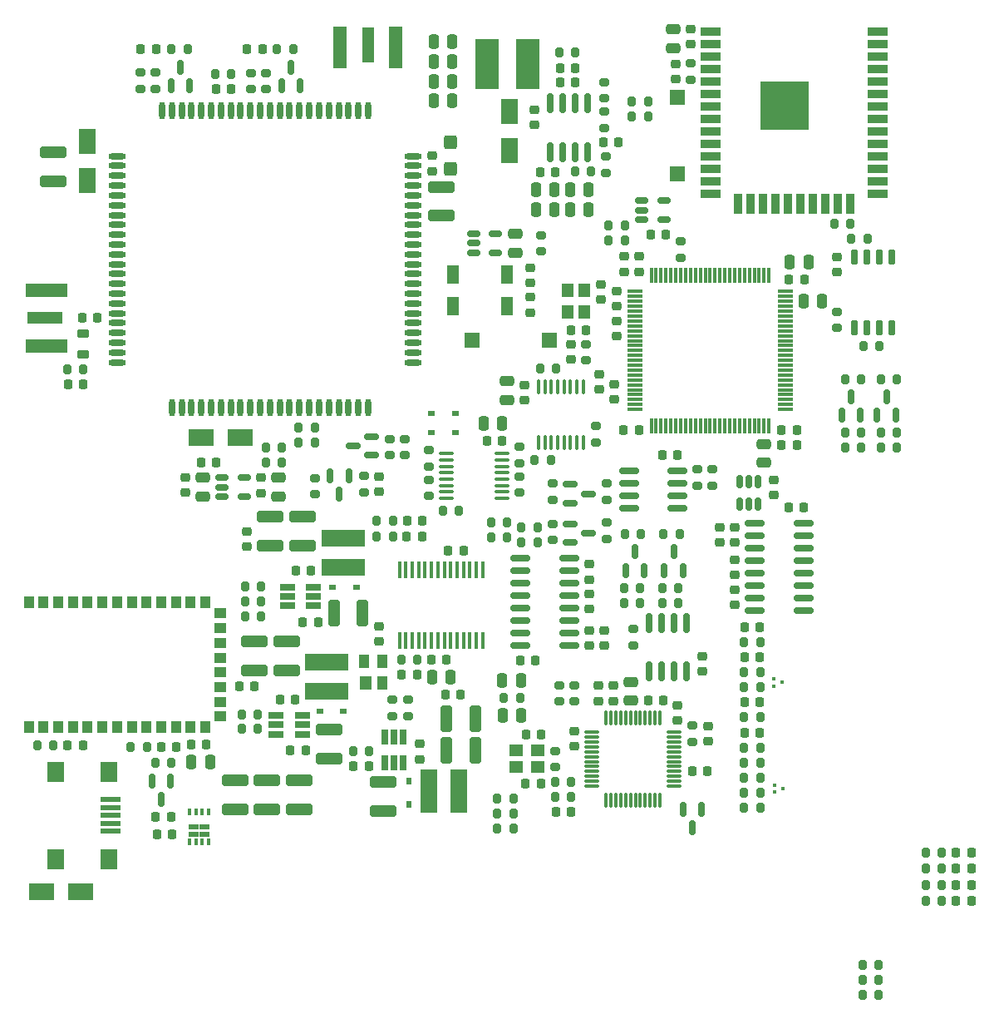
<source format=gtp>
G04 #@! TF.GenerationSoftware,KiCad,Pcbnew,(6.0.0)*
G04 #@! TF.CreationDate,2022-04-27T13:01:12+04:00*
G04 #@! TF.ProjectId,Gateway_STM32_ver_2_0,47617465-7761-4795-9f53-544d33325f76,rev?*
G04 #@! TF.SameCoordinates,Original*
G04 #@! TF.FileFunction,Paste,Top*
G04 #@! TF.FilePolarity,Positive*
%FSLAX46Y46*%
G04 Gerber Fmt 4.6, Leading zero omitted, Abs format (unit mm)*
G04 Created by KiCad (PCBNEW (6.0.0)) date 2022-04-27 13:01:12*
%MOMM*%
%LPD*%
G01*
G04 APERTURE LIST*
G04 Aperture macros list*
%AMRoundRect*
0 Rectangle with rounded corners*
0 $1 Rounding radius*
0 $2 $3 $4 $5 $6 $7 $8 $9 X,Y pos of 4 corners*
0 Add a 4 corners polygon primitive as box body*
4,1,4,$2,$3,$4,$5,$6,$7,$8,$9,$2,$3,0*
0 Add four circle primitives for the rounded corners*
1,1,$1+$1,$2,$3*
1,1,$1+$1,$4,$5*
1,1,$1+$1,$6,$7*
1,1,$1+$1,$8,$9*
0 Add four rect primitives between the rounded corners*
20,1,$1+$1,$2,$3,$4,$5,0*
20,1,$1+$1,$4,$5,$6,$7,0*
20,1,$1+$1,$6,$7,$8,$9,0*
20,1,$1+$1,$8,$9,$2,$3,0*%
G04 Aperture macros list end*
%ADD10R,1.200000X1.400000*%
%ADD11R,1.000000X1.400000*%
%ADD12R,0.800000X0.600000*%
%ADD13RoundRect,0.200000X-0.200000X-0.275000X0.200000X-0.275000X0.200000X0.275000X-0.200000X0.275000X0*%
%ADD14RoundRect,0.150000X0.150000X-0.825000X0.150000X0.825000X-0.150000X0.825000X-0.150000X-0.825000X0*%
%ADD15RoundRect,0.200000X-0.275000X0.200000X-0.275000X-0.200000X0.275000X-0.200000X0.275000X0.200000X0*%
%ADD16RoundRect,0.150000X0.150000X-0.587500X0.150000X0.587500X-0.150000X0.587500X-0.150000X-0.587500X0*%
%ADD17R,4.500000X1.800000*%
%ADD18RoundRect,0.225000X0.250000X-0.225000X0.250000X0.225000X-0.250000X0.225000X-0.250000X-0.225000X0*%
%ADD19RoundRect,0.225000X-0.250000X0.225000X-0.250000X-0.225000X0.250000X-0.225000X0.250000X0.225000X0*%
%ADD20RoundRect,0.200000X0.200000X0.275000X-0.200000X0.275000X-0.200000X-0.275000X0.200000X-0.275000X0*%
%ADD21RoundRect,0.075000X0.662500X0.075000X-0.662500X0.075000X-0.662500X-0.075000X0.662500X-0.075000X0*%
%ADD22RoundRect,0.075000X0.075000X0.662500X-0.075000X0.662500X-0.075000X-0.662500X0.075000X-0.662500X0*%
%ADD23RoundRect,0.225000X-0.225000X-0.250000X0.225000X-0.250000X0.225000X0.250000X-0.225000X0.250000X0*%
%ADD24RoundRect,0.250000X0.250000X0.475000X-0.250000X0.475000X-0.250000X-0.475000X0.250000X-0.475000X0*%
%ADD25RoundRect,0.250000X0.475000X-0.250000X0.475000X0.250000X-0.475000X0.250000X-0.475000X-0.250000X0*%
%ADD26R,0.420000X0.700000*%
%ADD27R,1.000000X0.600000*%
%ADD28RoundRect,0.150000X-0.587500X-0.150000X0.587500X-0.150000X0.587500X0.150000X-0.587500X0.150000X0*%
%ADD29R,0.600000X0.800000*%
%ADD30RoundRect,0.100000X0.100000X-0.637500X0.100000X0.637500X-0.100000X0.637500X-0.100000X-0.637500X0*%
%ADD31RoundRect,0.200000X0.275000X-0.200000X0.275000X0.200000X-0.275000X0.200000X-0.275000X-0.200000X0*%
%ADD32RoundRect,0.250000X1.100000X-0.325000X1.100000X0.325000X-1.100000X0.325000X-1.100000X-0.325000X0*%
%ADD33RoundRect,0.250000X-0.250000X-0.475000X0.250000X-0.475000X0.250000X0.475000X-0.250000X0.475000X0*%
%ADD34RoundRect,0.225000X0.225000X0.250000X-0.225000X0.250000X-0.225000X-0.250000X0.225000X-0.250000X0*%
%ADD35R,2.000000X0.500000*%
%ADD36R,1.700000X2.000000*%
%ADD37RoundRect,0.250000X-1.100000X0.325000X-1.100000X-0.325000X1.100000X-0.325000X1.100000X0.325000X0*%
%ADD38R,1.500000X1.500000*%
%ADD39RoundRect,0.150000X0.150000X-0.512500X0.150000X0.512500X-0.150000X0.512500X-0.150000X-0.512500X0*%
%ADD40RoundRect,0.150000X0.850000X0.150000X-0.850000X0.150000X-0.850000X-0.150000X0.850000X-0.150000X0*%
%ADD41R,1.270000X3.600000*%
%ADD42R,1.350000X4.200000*%
%ADD43R,2.500000X1.800000*%
%ADD44RoundRect,0.218750X0.218750X0.256250X-0.218750X0.256250X-0.218750X-0.256250X0.218750X-0.256250X0*%
%ADD45R,1.800000X2.500000*%
%ADD46R,1.560000X0.650000*%
%ADD47RoundRect,0.100000X-0.637500X-0.100000X0.637500X-0.100000X0.637500X0.100000X-0.637500X0.100000X0*%
%ADD48R,1.400000X1.200000*%
%ADD49RoundRect,0.150000X-0.150000X0.587500X-0.150000X-0.587500X0.150000X-0.587500X0.150000X0.587500X0*%
%ADD50RoundRect,0.150000X-0.825000X-0.150000X0.825000X-0.150000X0.825000X0.150000X-0.825000X0.150000X0*%
%ADD51R,1.300000X1.900000*%
%ADD52RoundRect,0.150000X-0.512500X-0.150000X0.512500X-0.150000X0.512500X0.150000X-0.512500X0.150000X0*%
%ADD53RoundRect,0.075000X-0.075000X-0.725000X0.075000X-0.725000X0.075000X0.725000X-0.075000X0.725000X0*%
%ADD54RoundRect,0.075000X-0.725000X-0.075000X0.725000X-0.075000X0.725000X0.075000X-0.725000X0.075000X0*%
%ADD55RoundRect,0.250000X0.425000X-0.450000X0.425000X0.450000X-0.425000X0.450000X-0.425000X-0.450000X0*%
%ADD56RoundRect,0.150000X-0.850000X-0.150000X0.850000X-0.150000X0.850000X0.150000X-0.850000X0.150000X0*%
%ADD57R,0.300000X0.300000*%
%ADD58RoundRect,0.150000X0.587500X0.150000X-0.587500X0.150000X-0.587500X-0.150000X0.587500X-0.150000X0*%
%ADD59R,0.450000X1.750000*%
%ADD60R,3.600000X1.270000*%
%ADD61R,4.200000X1.350000*%
%ADD62RoundRect,0.250000X-0.325000X-1.100000X0.325000X-1.100000X0.325000X1.100000X-0.325000X1.100000X0*%
%ADD63RoundRect,0.218750X-0.381250X0.218750X-0.381250X-0.218750X0.381250X-0.218750X0.381250X0.218750X0*%
%ADD64R,1.000000X1.300000*%
%ADD65R,1.300000X1.000000*%
%ADD66R,2.350000X5.100000*%
%ADD67O,0.600000X1.800000*%
%ADD68O,1.800000X0.600000*%
%ADD69R,2.000000X0.900000*%
%ADD70R,0.900000X2.000000*%
%ADD71R,5.000000X5.000000*%
%ADD72R,1.800000X4.500000*%
%ADD73RoundRect,0.150000X-0.150000X0.825000X-0.150000X-0.825000X0.150000X-0.825000X0.150000X0.825000X0*%
%ADD74R,0.650000X1.560000*%
%ADD75RoundRect,0.250000X-0.475000X0.250000X-0.475000X-0.250000X0.475000X-0.250000X0.475000X0.250000X0*%
%ADD76RoundRect,0.150000X0.150000X-0.650000X0.150000X0.650000X-0.150000X0.650000X-0.150000X-0.650000X0*%
G04 APERTURE END LIST*
D10*
X75130000Y-137365000D03*
D11*
X76850000Y-137365000D03*
X76850000Y-135165000D03*
X74950000Y-135165000D03*
D12*
X71750000Y-127640000D03*
X74150000Y-127640000D03*
D13*
X62825000Y-127515000D03*
X64475000Y-127515000D03*
D14*
X93895000Y-83295000D03*
X95165000Y-83295000D03*
X96435000Y-83295000D03*
X97705000Y-83295000D03*
X97705000Y-78345000D03*
X96435000Y-78345000D03*
X95165000Y-78345000D03*
X93895000Y-78345000D03*
D15*
X107210000Y-92400000D03*
X107210000Y-94050000D03*
D16*
X101625000Y-125877500D03*
X103525000Y-125877500D03*
X102575000Y-124002500D03*
D17*
X71160000Y-138185000D03*
X71160000Y-135185000D03*
D13*
X51175000Y-143890000D03*
X52825000Y-143890000D03*
D18*
X63025000Y-123465000D03*
X63025000Y-121915000D03*
D19*
X96400000Y-142265000D03*
X96400000Y-143815000D03*
D20*
X43305000Y-143720000D03*
X41655000Y-143720000D03*
D21*
X106512500Y-147840000D03*
X106512500Y-147340000D03*
X106512500Y-146840000D03*
X106512500Y-146340000D03*
X106512500Y-145840000D03*
X106512500Y-145340000D03*
X106512500Y-144840000D03*
X106512500Y-144340000D03*
X106512500Y-143840000D03*
X106512500Y-143340000D03*
X106512500Y-142840000D03*
X106512500Y-142340000D03*
D22*
X105100000Y-140927500D03*
X104600000Y-140927500D03*
X104100000Y-140927500D03*
X103600000Y-140927500D03*
X103100000Y-140927500D03*
X102600000Y-140927500D03*
X102100000Y-140927500D03*
X101600000Y-140927500D03*
X101100000Y-140927500D03*
X100600000Y-140927500D03*
X100100000Y-140927500D03*
X99600000Y-140927500D03*
D21*
X98187500Y-142340000D03*
X98187500Y-142840000D03*
X98187500Y-143340000D03*
X98187500Y-143840000D03*
X98187500Y-144340000D03*
X98187500Y-144840000D03*
X98187500Y-145340000D03*
X98187500Y-145840000D03*
X98187500Y-146340000D03*
X98187500Y-146840000D03*
X98187500Y-147340000D03*
X98187500Y-147840000D03*
D22*
X99600000Y-149252500D03*
X100100000Y-149252500D03*
X100600000Y-149252500D03*
X101100000Y-149252500D03*
X101600000Y-149252500D03*
X102100000Y-149252500D03*
X102600000Y-149252500D03*
X103100000Y-149252500D03*
X103600000Y-149252500D03*
X104100000Y-149252500D03*
X104600000Y-149252500D03*
X105100000Y-149252500D03*
D15*
X102400000Y-131865000D03*
X102400000Y-133515000D03*
D23*
X91400000Y-147565000D03*
X92950000Y-147565000D03*
D19*
X106900000Y-139615000D03*
X106900000Y-141165000D03*
D15*
X93010000Y-93405000D03*
X93010000Y-91755000D03*
D24*
X97850000Y-87130000D03*
X95950000Y-87130000D03*
D19*
X108240000Y-70760000D03*
X108240000Y-72310000D03*
D25*
X58487500Y-118365000D03*
X58487500Y-116465000D03*
D26*
X58485000Y-153480000D03*
D27*
X58725000Y-152710000D03*
D26*
X59135000Y-153480000D03*
X57835000Y-153480000D03*
D27*
X57595000Y-152000000D03*
X57595000Y-152710000D03*
D26*
X57185000Y-153480000D03*
D27*
X58725000Y-152000000D03*
D26*
X59135000Y-150480000D03*
X58485000Y-150480000D03*
X57835000Y-150480000D03*
X57185000Y-150480000D03*
D28*
X95962500Y-121140000D03*
X95962500Y-123040000D03*
X97837500Y-122090000D03*
D29*
X79495000Y-147325000D03*
X79495000Y-149725000D03*
D28*
X95962500Y-117140000D03*
X95962500Y-119040000D03*
X97837500Y-118090000D03*
D23*
X53725000Y-150950000D03*
X55275000Y-150950000D03*
D10*
X95715000Y-97410000D03*
X95715000Y-99610000D03*
X97415000Y-99610000D03*
X97415000Y-97410000D03*
D23*
X94895000Y-74730000D03*
X96445000Y-74730000D03*
D20*
X66600000Y-113390000D03*
X64950000Y-113390000D03*
D15*
X94825000Y-137565000D03*
X94825000Y-139215000D03*
D30*
X92725000Y-112902500D03*
X93375000Y-112902500D03*
X94025000Y-112902500D03*
X94675000Y-112902500D03*
X95325000Y-112902500D03*
X95975000Y-112902500D03*
X96625000Y-112902500D03*
X97275000Y-112902500D03*
X97275000Y-107177500D03*
X96625000Y-107177500D03*
X95975000Y-107177500D03*
X95325000Y-107177500D03*
X94675000Y-107177500D03*
X94025000Y-107177500D03*
X93375000Y-107177500D03*
X92725000Y-107177500D03*
D16*
X123600000Y-110057500D03*
X125500000Y-110057500D03*
X124550000Y-108182500D03*
D20*
X103075000Y-127665000D03*
X101425000Y-127665000D03*
D31*
X99460000Y-77830000D03*
X99460000Y-76180000D03*
D13*
X66075000Y-72840000D03*
X67725000Y-72840000D03*
D18*
X91870000Y-96615000D03*
X91870000Y-95065000D03*
D25*
X90350000Y-93540000D03*
X90350000Y-91640000D03*
D32*
X67050000Y-136040000D03*
X67050000Y-133090000D03*
D33*
X82040000Y-72050000D03*
X83940000Y-72050000D03*
D34*
X119035000Y-111575000D03*
X117485000Y-111575000D03*
D13*
X99875000Y-90770000D03*
X101525000Y-90770000D03*
D16*
X55275000Y-76527500D03*
X57175000Y-76527500D03*
X56225000Y-74652500D03*
D35*
X49100000Y-149230000D03*
X49100000Y-150030000D03*
X49100000Y-150830000D03*
X49100000Y-151630000D03*
X49100000Y-152430000D03*
D36*
X49000000Y-155280000D03*
X43550000Y-155280000D03*
X43550000Y-146380000D03*
X49000000Y-146380000D03*
D37*
X76885000Y-147440000D03*
X76885000Y-150390000D03*
D18*
X111175000Y-123040000D03*
X111175000Y-121490000D03*
D38*
X93800000Y-102490000D03*
X86000000Y-102490000D03*
D39*
X113225000Y-119152500D03*
X114175000Y-119152500D03*
X115125000Y-119152500D03*
X115125000Y-116877500D03*
X114175000Y-116877500D03*
X113225000Y-116877500D03*
D15*
X94400000Y-144240000D03*
X94400000Y-145890000D03*
D13*
X92350000Y-114690000D03*
X94000000Y-114690000D03*
D15*
X96350000Y-137565000D03*
X96350000Y-139215000D03*
D20*
X90175000Y-152190000D03*
X88525000Y-152190000D03*
D33*
X92480000Y-87120000D03*
X94380000Y-87120000D03*
X82040000Y-74070000D03*
X83940000Y-74070000D03*
D13*
X125725000Y-167570000D03*
X127375000Y-167570000D03*
D15*
X97550000Y-102845000D03*
X97550000Y-104495000D03*
D31*
X108425000Y-143340000D03*
X108425000Y-141690000D03*
D15*
X123170000Y-99555000D03*
X123170000Y-101205000D03*
D13*
X101525000Y-122215000D03*
X103175000Y-122215000D03*
D31*
X65000000Y-76905000D03*
X65000000Y-75255000D03*
D40*
X95875000Y-133535000D03*
X95875000Y-132265000D03*
X95875000Y-130995000D03*
X95875000Y-129725000D03*
X95875000Y-128455000D03*
X95875000Y-127185000D03*
X95875000Y-125915000D03*
X95875000Y-124645000D03*
X90875000Y-124645000D03*
X90875000Y-125915000D03*
X90875000Y-127185000D03*
X90875000Y-128455000D03*
X90875000Y-129725000D03*
X90875000Y-130995000D03*
X90875000Y-132265000D03*
X90875000Y-133535000D03*
D13*
X68275000Y-111315000D03*
X69925000Y-111315000D03*
D41*
X75350000Y-72427500D03*
D42*
X72525000Y-72627500D03*
X78175000Y-72627500D03*
D18*
X100690000Y-98995000D03*
X100690000Y-97445000D03*
D13*
X125735000Y-166030000D03*
X127385000Y-166030000D03*
D23*
X96010000Y-101400000D03*
X97560000Y-101400000D03*
D43*
X58375000Y-112365000D03*
X62375000Y-112365000D03*
D34*
X100850000Y-82310000D03*
X99300000Y-82310000D03*
D20*
X92625000Y-123040000D03*
X90975000Y-123040000D03*
D15*
X74950000Y-116265000D03*
X74950000Y-117915000D03*
D18*
X112700000Y-123040000D03*
X112700000Y-121490000D03*
X81925000Y-85240000D03*
X81925000Y-83690000D03*
D19*
X91325000Y-107040000D03*
X91325000Y-108590000D03*
D20*
X129225000Y-106402500D03*
X127575000Y-106402500D03*
D31*
X94175000Y-118690000D03*
X94175000Y-117040000D03*
D23*
X81825000Y-134940000D03*
X83375000Y-134940000D03*
D13*
X127575000Y-111840000D03*
X129225000Y-111840000D03*
D44*
X136827500Y-154630000D03*
X135252500Y-154630000D03*
D34*
X119750000Y-119515000D03*
X118200000Y-119515000D03*
X69000000Y-144205000D03*
X67450000Y-144205000D03*
D13*
X59775000Y-75340000D03*
X61425000Y-75340000D03*
D45*
X89740000Y-79150000D03*
X89740000Y-83150000D03*
D19*
X96025000Y-102880000D03*
X96025000Y-104430000D03*
D16*
X127225000Y-110065000D03*
X129125000Y-110065000D03*
X128175000Y-108190000D03*
D20*
X96075000Y-147415000D03*
X94425000Y-147415000D03*
D33*
X119735000Y-98500000D03*
X121635000Y-98500000D03*
D23*
X113725000Y-131690000D03*
X115275000Y-131690000D03*
D13*
X125835000Y-103040000D03*
X127485000Y-103040000D03*
D44*
X53787500Y-72790000D03*
X52212500Y-72790000D03*
D34*
X75435000Y-145815000D03*
X73885000Y-145815000D03*
D13*
X102235000Y-78130000D03*
X103885000Y-78130000D03*
X113675000Y-148490000D03*
X115325000Y-148490000D03*
D32*
X65425000Y-123340000D03*
X65425000Y-120390000D03*
D44*
X136817500Y-159510000D03*
X135242500Y-159510000D03*
D46*
X67125000Y-127590000D03*
X67125000Y-128540000D03*
X67125000Y-129490000D03*
X69825000Y-129490000D03*
X69825000Y-128540000D03*
X69825000Y-127590000D03*
D47*
X83312500Y-113990000D03*
X83312500Y-114640000D03*
X83312500Y-115290000D03*
X83312500Y-115940000D03*
X83312500Y-116590000D03*
X83312500Y-117240000D03*
X83312500Y-117890000D03*
X83312500Y-118540000D03*
X89037500Y-118540000D03*
X89037500Y-117890000D03*
X89037500Y-117240000D03*
X89037500Y-116590000D03*
X89037500Y-115940000D03*
X89037500Y-115290000D03*
X89037500Y-114640000D03*
X89037500Y-113990000D03*
D19*
X100350000Y-137615000D03*
X100350000Y-139165000D03*
D20*
X64475000Y-129040000D03*
X62825000Y-129040000D03*
D13*
X132165000Y-154620000D03*
X133815000Y-154620000D03*
D20*
X89550000Y-120965000D03*
X87900000Y-120965000D03*
X107000000Y-127665000D03*
X105350000Y-127665000D03*
D18*
X92300000Y-80515000D03*
X92300000Y-78965000D03*
D13*
X123950000Y-111845000D03*
X125600000Y-111845000D03*
D20*
X96495000Y-73200000D03*
X94845000Y-73200000D03*
D34*
X119810000Y-96250000D03*
X118260000Y-96250000D03*
D15*
X110450000Y-115615000D03*
X110450000Y-117265000D03*
D25*
X89550000Y-108540000D03*
X89550000Y-106640000D03*
D13*
X76250000Y-122440000D03*
X77900000Y-122440000D03*
D23*
X94895000Y-76250000D03*
X96445000Y-76250000D03*
D48*
X92675000Y-144215000D03*
X90475000Y-144215000D03*
X90475000Y-145915000D03*
X92675000Y-145915000D03*
D13*
X132165000Y-156240000D03*
X133815000Y-156240000D03*
D34*
X106900000Y-114115000D03*
X105350000Y-114115000D03*
D44*
X136817500Y-157880000D03*
X135242500Y-157880000D03*
D15*
X90825000Y-113315000D03*
X90825000Y-114965000D03*
X108925000Y-115615000D03*
X108925000Y-117265000D03*
D49*
X55230000Y-147292500D03*
X53330000Y-147292500D03*
X54280000Y-149167500D03*
D44*
X80887500Y-122440000D03*
X79312500Y-122440000D03*
D13*
X105450000Y-122215000D03*
X107100000Y-122215000D03*
X64950000Y-114915000D03*
X66600000Y-114915000D03*
D19*
X99070000Y-96755000D03*
X99070000Y-98305000D03*
D50*
X101950000Y-115735000D03*
X101950000Y-117005000D03*
X101950000Y-118275000D03*
X101950000Y-119545000D03*
X106900000Y-119545000D03*
X106900000Y-118275000D03*
X106900000Y-117005000D03*
X106900000Y-115735000D03*
D13*
X92900000Y-105365000D03*
X94550000Y-105365000D03*
D34*
X55825000Y-143890000D03*
X54275000Y-143890000D03*
D51*
X89520000Y-95755000D03*
X84020000Y-95755000D03*
X84020000Y-98955000D03*
X89520000Y-98955000D03*
D31*
X94175000Y-122815000D03*
X94175000Y-121165000D03*
D13*
X62825000Y-130565000D03*
X64475000Y-130565000D03*
D49*
X109325000Y-150227500D03*
X107425000Y-150227500D03*
X108375000Y-152102500D03*
D33*
X82040000Y-76090000D03*
X83940000Y-76090000D03*
D18*
X97925000Y-129840000D03*
X97925000Y-128290000D03*
D44*
X46307500Y-143720000D03*
X44732500Y-143720000D03*
D31*
X99450000Y-80855000D03*
X99450000Y-79205000D03*
D19*
X99450000Y-131990000D03*
X99450000Y-133540000D03*
D52*
X88367500Y-91640000D03*
X88367500Y-93540000D03*
X86092500Y-93540000D03*
X86092500Y-92590000D03*
X86092500Y-91640000D03*
D34*
X80350000Y-136465000D03*
X78800000Y-136465000D03*
D20*
X92625000Y-121515000D03*
X90975000Y-121515000D03*
D19*
X91870000Y-98085000D03*
X91870000Y-99635000D03*
D13*
X76250000Y-120815000D03*
X77900000Y-120815000D03*
X82975000Y-119840000D03*
X84625000Y-119840000D03*
D34*
X105425000Y-139140000D03*
X103875000Y-139140000D03*
D13*
X99875000Y-92290000D03*
X101525000Y-92290000D03*
D23*
X58375000Y-114915000D03*
X59925000Y-114915000D03*
D34*
X109950000Y-146340000D03*
X108400000Y-146340000D03*
D46*
X65950000Y-140655000D03*
X65950000Y-141605000D03*
X65950000Y-142555000D03*
X68650000Y-142555000D03*
X68650000Y-141605000D03*
X68650000Y-140655000D03*
D19*
X103010000Y-93925000D03*
X103010000Y-95475000D03*
D34*
X119035000Y-113100000D03*
X117485000Y-113100000D03*
D15*
X79415000Y-139040000D03*
X79415000Y-140690000D03*
D53*
X104210000Y-95825000D03*
X104710000Y-95825000D03*
X105210000Y-95825000D03*
X105710000Y-95825000D03*
X106210000Y-95825000D03*
X106710000Y-95825000D03*
X107210000Y-95825000D03*
X107710000Y-95825000D03*
X108210000Y-95825000D03*
X108710000Y-95825000D03*
X109210000Y-95825000D03*
X109710000Y-95825000D03*
X110210000Y-95825000D03*
X110710000Y-95825000D03*
X111210000Y-95825000D03*
X111710000Y-95825000D03*
X112210000Y-95825000D03*
X112710000Y-95825000D03*
X113210000Y-95825000D03*
X113710000Y-95825000D03*
X114210000Y-95825000D03*
X114710000Y-95825000D03*
X115210000Y-95825000D03*
X115710000Y-95825000D03*
X116210000Y-95825000D03*
D54*
X117885000Y-97500000D03*
X117885000Y-98000000D03*
X117885000Y-98500000D03*
X117885000Y-99000000D03*
X117885000Y-99500000D03*
X117885000Y-100000000D03*
X117885000Y-100500000D03*
X117885000Y-101000000D03*
X117885000Y-101500000D03*
X117885000Y-102000000D03*
X117885000Y-102500000D03*
X117885000Y-103000000D03*
X117885000Y-103500000D03*
X117885000Y-104000000D03*
X117885000Y-104500000D03*
X117885000Y-105000000D03*
X117885000Y-105500000D03*
X117885000Y-106000000D03*
X117885000Y-106500000D03*
X117885000Y-107000000D03*
X117885000Y-107500000D03*
X117885000Y-108000000D03*
X117885000Y-108500000D03*
X117885000Y-109000000D03*
X117885000Y-109500000D03*
D53*
X116210000Y-111175000D03*
X115710000Y-111175000D03*
X115210000Y-111175000D03*
X114710000Y-111175000D03*
X114210000Y-111175000D03*
X113710000Y-111175000D03*
X113210000Y-111175000D03*
X112710000Y-111175000D03*
X112210000Y-111175000D03*
X111710000Y-111175000D03*
X111210000Y-111175000D03*
X110710000Y-111175000D03*
X110210000Y-111175000D03*
X109710000Y-111175000D03*
X109210000Y-111175000D03*
X108710000Y-111175000D03*
X108210000Y-111175000D03*
X107710000Y-111175000D03*
X107210000Y-111175000D03*
X106710000Y-111175000D03*
X106210000Y-111175000D03*
X105710000Y-111175000D03*
X105210000Y-111175000D03*
X104710000Y-111175000D03*
X104210000Y-111175000D03*
D54*
X102535000Y-109500000D03*
X102535000Y-109000000D03*
X102535000Y-108500000D03*
X102535000Y-108000000D03*
X102535000Y-107500000D03*
X102535000Y-107000000D03*
X102535000Y-106500000D03*
X102535000Y-106000000D03*
X102535000Y-105500000D03*
X102535000Y-105000000D03*
X102535000Y-104500000D03*
X102535000Y-104000000D03*
X102535000Y-103500000D03*
X102535000Y-103000000D03*
X102535000Y-102500000D03*
X102535000Y-102000000D03*
X102535000Y-101500000D03*
X102535000Y-101000000D03*
X102535000Y-100500000D03*
X102535000Y-100000000D03*
X102535000Y-99500000D03*
X102535000Y-99000000D03*
X102535000Y-98500000D03*
X102535000Y-98000000D03*
X102535000Y-97500000D03*
D17*
X72825000Y-125590000D03*
X72825000Y-122590000D03*
D32*
X82790000Y-89795000D03*
X82790000Y-86845000D03*
D37*
X61790000Y-147285000D03*
X61790000Y-150235000D03*
D44*
X136830000Y-156250000D03*
X135255000Y-156250000D03*
D37*
X43300000Y-83315000D03*
X43300000Y-86265000D03*
D33*
X92480000Y-89140000D03*
X94380000Y-89140000D03*
D23*
X68025000Y-125915000D03*
X69575000Y-125915000D03*
D20*
X96075000Y-148940000D03*
X94425000Y-148940000D03*
D55*
X83770000Y-85000000D03*
X83770000Y-82300000D03*
D31*
X81525000Y-118315000D03*
X81525000Y-116665000D03*
D20*
X75485000Y-144290000D03*
X73835000Y-144290000D03*
D56*
X114750000Y-121070000D03*
X114750000Y-122340000D03*
X114750000Y-123610000D03*
X114750000Y-124880000D03*
X114750000Y-126150000D03*
X114750000Y-127420000D03*
X114750000Y-128690000D03*
X114750000Y-129960000D03*
X119750000Y-129960000D03*
X119750000Y-128690000D03*
X119750000Y-127420000D03*
X119750000Y-126150000D03*
X119750000Y-124880000D03*
X119750000Y-123610000D03*
X119750000Y-122340000D03*
X119750000Y-121070000D03*
D19*
X112700000Y-124790000D03*
X112700000Y-126340000D03*
D38*
X106900000Y-85500000D03*
X106900000Y-77700000D03*
D23*
X91425000Y-142565000D03*
X92975000Y-142565000D03*
D13*
X113675000Y-136265000D03*
X115325000Y-136265000D03*
D37*
X71375000Y-142090000D03*
X71375000Y-145040000D03*
D49*
X73400000Y-116277500D03*
X71500000Y-116277500D03*
X72450000Y-118152500D03*
D23*
X46225000Y-100190000D03*
X47775000Y-100190000D03*
D19*
X80665000Y-143540000D03*
X80665000Y-145090000D03*
D12*
X84250000Y-111865000D03*
X81850000Y-111865000D03*
D57*
X116775000Y-147715000D03*
X116775000Y-148415000D03*
X117625000Y-148065000D03*
D31*
X98575000Y-112840000D03*
X98575000Y-111190000D03*
D33*
X81875000Y-136715000D03*
X83775000Y-136715000D03*
D18*
X106720000Y-75895000D03*
X106720000Y-74345000D03*
D58*
X75737500Y-114165000D03*
X75737500Y-112265000D03*
X73862500Y-113215000D03*
D44*
X64587500Y-72840000D03*
X63012500Y-72840000D03*
D23*
X83230000Y-138545000D03*
X84780000Y-138545000D03*
D16*
X105550000Y-125877500D03*
X107450000Y-125877500D03*
X106500000Y-124002500D03*
D19*
X97925000Y-125265000D03*
X97925000Y-126815000D03*
D59*
X87025000Y-125790000D03*
X86375000Y-125790000D03*
X85725000Y-125790000D03*
X85075000Y-125790000D03*
X84425000Y-125790000D03*
X83775000Y-125790000D03*
X83125000Y-125790000D03*
X82475000Y-125790000D03*
X81825000Y-125790000D03*
X81175000Y-125790000D03*
X80525000Y-125790000D03*
X79875000Y-125790000D03*
X79225000Y-125790000D03*
X78575000Y-125790000D03*
X78575000Y-132990000D03*
X79225000Y-132990000D03*
X79875000Y-132990000D03*
X80525000Y-132990000D03*
X81175000Y-132990000D03*
X81825000Y-132990000D03*
X82475000Y-132990000D03*
X83125000Y-132990000D03*
X83775000Y-132990000D03*
X84425000Y-132990000D03*
X85075000Y-132990000D03*
X85725000Y-132990000D03*
X86375000Y-132990000D03*
X87025000Y-132990000D03*
D19*
X98825000Y-137615000D03*
X98825000Y-139165000D03*
D60*
X42450000Y-100190000D03*
D61*
X42650000Y-97365000D03*
X42650000Y-103015000D03*
D62*
X83350000Y-140945000D03*
X86300000Y-140945000D03*
D37*
X65050000Y-147285000D03*
X65050000Y-150235000D03*
D20*
X89550000Y-122490000D03*
X87900000Y-122490000D03*
D15*
X77550000Y-112515000D03*
X77550000Y-114165000D03*
D19*
X64450000Y-116465000D03*
X64450000Y-118015000D03*
D31*
X69925000Y-118140000D03*
X69925000Y-116490000D03*
D24*
X97850000Y-89150000D03*
X95950000Y-89150000D03*
D15*
X63450000Y-75255000D03*
X63450000Y-76905000D03*
D34*
X115275000Y-134740000D03*
X113725000Y-134740000D03*
D19*
X98910000Y-105910000D03*
X98910000Y-107460000D03*
D63*
X46370000Y-101740000D03*
X46370000Y-103865000D03*
D64*
X40795000Y-141857500D03*
X42295000Y-141857500D03*
X43795000Y-141857500D03*
X45295000Y-141857500D03*
X46795000Y-141857500D03*
X48295000Y-141857500D03*
X49795000Y-141857500D03*
X51295000Y-141857500D03*
X52795000Y-141857500D03*
X54295000Y-141857500D03*
X55795000Y-141857500D03*
X57295000Y-141857500D03*
X58795000Y-141857500D03*
D65*
X60295000Y-140757500D03*
X60295000Y-139257500D03*
X60295000Y-137757500D03*
X60295000Y-136257500D03*
X60295000Y-134757500D03*
X60295000Y-133257500D03*
X60295000Y-131757500D03*
X60295000Y-130257500D03*
D64*
X58795000Y-129157500D03*
X57295000Y-129157500D03*
X55795000Y-129157500D03*
X54295000Y-129157500D03*
X52795000Y-129157500D03*
X51295000Y-129157500D03*
X49795000Y-129157500D03*
X48295000Y-129157500D03*
X46795000Y-129157500D03*
X45295000Y-129157500D03*
X43795000Y-129157500D03*
X42295000Y-129157500D03*
X40795000Y-129157500D03*
D23*
X113725000Y-142390000D03*
X115275000Y-142390000D03*
D34*
X63805000Y-137685000D03*
X62255000Y-137685000D03*
D12*
X84250000Y-109890000D03*
X81850000Y-109890000D03*
D13*
X132165000Y-157880000D03*
X133815000Y-157880000D03*
D19*
X100680000Y-100505000D03*
X100680000Y-102055000D03*
D18*
X100435000Y-108460000D03*
X100435000Y-106910000D03*
D13*
X123950000Y-113370000D03*
X125600000Y-113370000D03*
X102235000Y-79650000D03*
X103885000Y-79650000D03*
X113675000Y-146965000D03*
X115325000Y-146965000D03*
D20*
X103075000Y-129190000D03*
X101425000Y-129190000D03*
D19*
X76475000Y-131565000D03*
X76475000Y-133115000D03*
D20*
X90175000Y-149140000D03*
X88525000Y-149140000D03*
D13*
X127575000Y-113365000D03*
X129225000Y-113365000D03*
X55325000Y-72790000D03*
X56975000Y-72790000D03*
D34*
X105695000Y-91710000D03*
X104145000Y-91710000D03*
D20*
X69925000Y-112865000D03*
X68275000Y-112865000D03*
D23*
X66395000Y-138995000D03*
X67945000Y-138995000D03*
D34*
X55415000Y-152760000D03*
X53865000Y-152760000D03*
D24*
X90975000Y-140640000D03*
X89075000Y-140640000D03*
D13*
X124575000Y-92140000D03*
X126225000Y-92140000D03*
D66*
X91595000Y-74320000D03*
X87445000Y-74320000D03*
D31*
X52150000Y-76855000D03*
X52150000Y-75205000D03*
X90825000Y-117990000D03*
X90825000Y-116340000D03*
D15*
X53700000Y-75205000D03*
X53700000Y-76855000D03*
D19*
X97925000Y-131990000D03*
X97925000Y-133540000D03*
D20*
X115325000Y-140840000D03*
X113675000Y-140840000D03*
D24*
X120210000Y-94475000D03*
X118310000Y-94475000D03*
D18*
X76475000Y-117865000D03*
X76475000Y-116315000D03*
D44*
X80912500Y-120815000D03*
X79337500Y-120815000D03*
D20*
X107000000Y-129190000D03*
X105350000Y-129190000D03*
D19*
X109975000Y-141740000D03*
X109975000Y-143290000D03*
D32*
X63780000Y-136030000D03*
X63780000Y-133080000D03*
D20*
X46375000Y-105390000D03*
X44725000Y-105390000D03*
X115325000Y-150015000D03*
X113675000Y-150015000D03*
D34*
X58875000Y-143590000D03*
X57325000Y-143590000D03*
D18*
X109425000Y-136190000D03*
X109425000Y-134640000D03*
D20*
X127375000Y-169095000D03*
X125725000Y-169095000D03*
D67*
X55375000Y-109315000D03*
X56375000Y-109315000D03*
X57375000Y-109315000D03*
X58375000Y-109315000D03*
X59375000Y-109315000D03*
X60375000Y-109315000D03*
X61375000Y-109315000D03*
X62375000Y-109315000D03*
X63375000Y-109315000D03*
X64375000Y-109315000D03*
X65375000Y-109315000D03*
X66375000Y-109315000D03*
X67375000Y-109315000D03*
X68375000Y-109315000D03*
X69375000Y-109315000D03*
X70375000Y-109315000D03*
X71375000Y-109315000D03*
X72375000Y-109315000D03*
X73375000Y-109315000D03*
X74375000Y-109315000D03*
D68*
X79975000Y-103715000D03*
X79975000Y-102715000D03*
X79975000Y-101715000D03*
X79975000Y-100715000D03*
X79975000Y-99715000D03*
X79975000Y-98715000D03*
X79975000Y-97715000D03*
X79975000Y-96715000D03*
X79975000Y-95715000D03*
X79975000Y-94715000D03*
X79975000Y-93715000D03*
X79975000Y-92715000D03*
X79975000Y-91715000D03*
X79975000Y-90715000D03*
X79975000Y-89715000D03*
X79975000Y-88715000D03*
X79975000Y-87715000D03*
X79975000Y-86715000D03*
X79975000Y-85715000D03*
X79975000Y-84715000D03*
D67*
X74375000Y-79115000D03*
X73375000Y-79115000D03*
X72375000Y-79115000D03*
X71375000Y-79115000D03*
X70375000Y-79115000D03*
X69375000Y-79115000D03*
X68375000Y-79115000D03*
X67375000Y-79115000D03*
X66375000Y-79115000D03*
X65375000Y-79115000D03*
X64375000Y-79115000D03*
X63375000Y-79115000D03*
X62375000Y-79115000D03*
X61375000Y-79115000D03*
X60375000Y-79115000D03*
X59375000Y-79115000D03*
X58375000Y-79115000D03*
X57375000Y-79115000D03*
X56375000Y-79115000D03*
X55375000Y-79115000D03*
D68*
X49775000Y-84715000D03*
X49775000Y-85715000D03*
X49775000Y-86715000D03*
X49775000Y-87715000D03*
X49775000Y-88715000D03*
X49775000Y-89715000D03*
X49775000Y-90715000D03*
X49775000Y-91715000D03*
X49775000Y-92715000D03*
X49775000Y-93715000D03*
X49775000Y-94715000D03*
X49775000Y-95715000D03*
X49775000Y-96715000D03*
X49775000Y-97715000D03*
X49775000Y-98715000D03*
X49775000Y-99715000D03*
X49775000Y-100715000D03*
X49775000Y-101715000D03*
X49775000Y-102715000D03*
X49775000Y-103715000D03*
D67*
X75375000Y-109315000D03*
X75375000Y-79115000D03*
D68*
X79975000Y-83715000D03*
X79975000Y-104715000D03*
D67*
X54375000Y-79115000D03*
D68*
X49775000Y-104715000D03*
X49775000Y-83715000D03*
D69*
X110280000Y-71055000D03*
X110280000Y-72325000D03*
X110280000Y-73595000D03*
X110280000Y-74865000D03*
X110280000Y-76135000D03*
X110280000Y-77405000D03*
X110280000Y-78675000D03*
X110280000Y-79945000D03*
X110280000Y-81215000D03*
X110280000Y-82485000D03*
X110280000Y-83755000D03*
X110280000Y-85025000D03*
X110280000Y-86295000D03*
X110280000Y-87565000D03*
D70*
X113065000Y-88565000D03*
X114335000Y-88565000D03*
X115605000Y-88565000D03*
X116875000Y-88565000D03*
X118145000Y-88565000D03*
X119415000Y-88565000D03*
X120685000Y-88565000D03*
X121955000Y-88565000D03*
X123225000Y-88565000D03*
X124495000Y-88565000D03*
D69*
X127280000Y-87565000D03*
X127280000Y-86295000D03*
X127280000Y-85025000D03*
X127280000Y-83755000D03*
X127280000Y-82485000D03*
X127280000Y-81215000D03*
X127280000Y-79945000D03*
X127280000Y-78675000D03*
X127280000Y-77405000D03*
X127280000Y-76135000D03*
X127280000Y-74865000D03*
X127280000Y-73595000D03*
X127280000Y-72325000D03*
X127280000Y-71055000D03*
D71*
X117780000Y-78555000D03*
D20*
X64125000Y-142035000D03*
X62475000Y-142035000D03*
X125600000Y-106395000D03*
X123950000Y-106395000D03*
D19*
X56720000Y-116420000D03*
X56720000Y-117970000D03*
D45*
X46750000Y-86240000D03*
X46750000Y-82240000D03*
D20*
X124495000Y-90620000D03*
X122845000Y-90620000D03*
D34*
X61400000Y-76890000D03*
X59850000Y-76890000D03*
D13*
X78750000Y-134940000D03*
X80400000Y-134940000D03*
D23*
X94475000Y-150465000D03*
X96025000Y-150465000D03*
D32*
X68700000Y-123340000D03*
X68700000Y-120390000D03*
D31*
X77875000Y-140690000D03*
X77875000Y-139040000D03*
D57*
X116725000Y-136940000D03*
X116725000Y-137640000D03*
X117575000Y-137290000D03*
D13*
X132175000Y-159510000D03*
X133825000Y-159510000D03*
X89200000Y-138865000D03*
X90850000Y-138865000D03*
X96455000Y-85310000D03*
X98105000Y-85310000D03*
D72*
X81575000Y-148315000D03*
X84575000Y-148315000D03*
D20*
X55325000Y-145450000D03*
X53675000Y-145450000D03*
D23*
X87500000Y-112690000D03*
X89050000Y-112690000D03*
D18*
X112700000Y-129365000D03*
X112700000Y-127815000D03*
D34*
X85075000Y-123840000D03*
X83525000Y-123840000D03*
D25*
X102125000Y-139115000D03*
X102125000Y-137215000D03*
D33*
X82040000Y-78110000D03*
X83940000Y-78110000D03*
D25*
X106470000Y-72705000D03*
X106470000Y-70805000D03*
D73*
X107805000Y-131240000D03*
X106535000Y-131240000D03*
X105265000Y-131240000D03*
X103995000Y-131240000D03*
X103995000Y-136190000D03*
X105265000Y-136190000D03*
X106535000Y-136190000D03*
X107805000Y-136190000D03*
D33*
X57350000Y-145390000D03*
X59250000Y-145390000D03*
D62*
X83350000Y-144215000D03*
X86300000Y-144215000D03*
D16*
X66550000Y-76577500D03*
X68450000Y-76577500D03*
X67500000Y-74702500D03*
D19*
X123170000Y-93985000D03*
X123170000Y-95535000D03*
D34*
X46325000Y-106940000D03*
X44775000Y-106940000D03*
D20*
X90175000Y-150665000D03*
X88525000Y-150665000D03*
D74*
X78965000Y-142805000D03*
X78015000Y-142805000D03*
X77065000Y-142805000D03*
X77065000Y-145505000D03*
X78015000Y-145505000D03*
X78965000Y-145505000D03*
D75*
X115710000Y-113025000D03*
X115710000Y-114925000D03*
D15*
X99650000Y-117040000D03*
X99650000Y-118690000D03*
D37*
X68320000Y-147285000D03*
X68320000Y-150235000D03*
D34*
X70275000Y-131140000D03*
X68725000Y-131140000D03*
X115275000Y-139315000D03*
X113725000Y-139315000D03*
D25*
X66240000Y-118360000D03*
X66240000Y-116460000D03*
D15*
X99650000Y-121040000D03*
X99650000Y-122690000D03*
D19*
X116675000Y-116665000D03*
X116675000Y-118215000D03*
D31*
X79075000Y-114165000D03*
X79075000Y-112515000D03*
D15*
X81525000Y-113640000D03*
X81525000Y-115290000D03*
D23*
X92865000Y-85350000D03*
X94415000Y-85350000D03*
D13*
X113675000Y-137790000D03*
X115325000Y-137790000D03*
D76*
X124935000Y-101190000D03*
X126205000Y-101190000D03*
X127475000Y-101190000D03*
X128745000Y-101190000D03*
X128745000Y-93990000D03*
X127475000Y-93990000D03*
X126205000Y-93990000D03*
X124935000Y-93990000D03*
D23*
X90875000Y-135090000D03*
X92425000Y-135090000D03*
D19*
X101480000Y-93925000D03*
X101480000Y-95475000D03*
D52*
X103212500Y-88270000D03*
X103212500Y-89220000D03*
X103212500Y-90170000D03*
X105487500Y-90170000D03*
X105487500Y-88270000D03*
D20*
X115325000Y-145440000D03*
X113675000Y-145440000D03*
D24*
X89050000Y-110915000D03*
X87150000Y-110915000D03*
D62*
X71875000Y-130265000D03*
X74825000Y-130265000D03*
D33*
X89050000Y-137090000D03*
X90950000Y-137090000D03*
D20*
X115325000Y-133215000D03*
X113675000Y-133215000D03*
D15*
X108240000Y-74295000D03*
X108240000Y-75945000D03*
X99600000Y-83775000D03*
X99600000Y-85425000D03*
D43*
X46080000Y-158610000D03*
X42080000Y-158610000D03*
D23*
X101405000Y-111560000D03*
X102955000Y-111560000D03*
D12*
X70470000Y-140255000D03*
X72870000Y-140255000D03*
D20*
X115325000Y-143915000D03*
X113675000Y-143915000D03*
D13*
X62475000Y-140525000D03*
X64125000Y-140525000D03*
D52*
X60450000Y-116465000D03*
X60450000Y-117415000D03*
X60450000Y-118365000D03*
X62725000Y-118365000D03*
X62725000Y-116465000D03*
M02*

</source>
